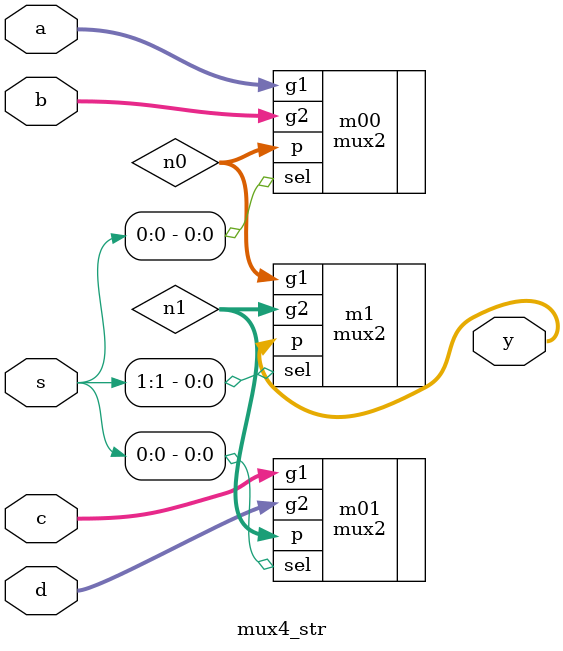
<source format=sv>
/* 2-1 MUX kullanarak 4-1 MUX */

module mux4_str (
    input  logic [2:0] a, b, c, d,
    input  logic [1:0] s,
    output logic [2:0] y
);

logic [2:0] n0, n1;

mux2 #(3) m00 (.g1( a), .g2( b), .sel(s[0]), .p(n0));
mux2 #(3) m01 (.g1( c), .g2( d), .sel(s[0]), .p(n1));
mux2 #(3)  m1 (.g1(n0), .g2(n1), .sel(s[1]), .p( y));

endmodule

</source>
